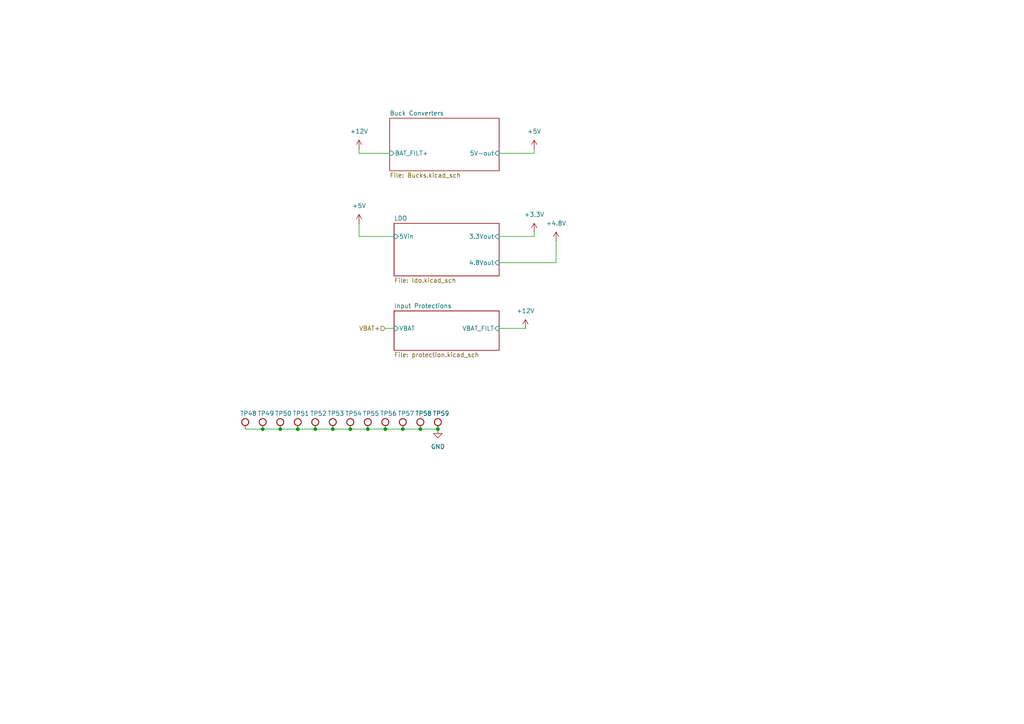
<source format=kicad_sch>
(kicad_sch (version 20250114) (generator "eeschema") (generator_version "9.0")
  (paper "A4")
  (lib_symbols
    (symbol ".Test-Point:RH-5015" (pin_numbers (hide yes)) (pin_names (hide yes))
      (property "Reference" "TP" (at 0 -15.24 0))
      (property "Value" "RH-5015" (at 0 -11.43 0))
      (symbol "RH-5015_1_1"
        (circle (center 0 2.032) (radius 1.016) (stroke (width 0.254)))
        (pin passive line (at 0 0 90) (length 0.9906) (name "1") (number "1"))
      )
    )
    (symbol "power:+12V" (power) (pin_numbers (hide yes)) (pin_names (offset 0) (hide yes))
      (property "Value" "+12V" (at 0 3.556 0))
      (symbol "+12V_0_1"
        (polyline (pts (xy -0.762 1.27) (xy 0 2.54)))
        (polyline (pts (xy 0 2.54) (xy 0.762 1.27)))
        (polyline (pts (xy 0 0) (xy 0 2.54)))
      )
      (symbol "+12V_1_1"
        (pin power_in line (at 0 0 90) (length 0) (name "~") (number "1"))
      )
    )
    (symbol "power:+3.3V" (power) (pin_numbers (hide yes)) (pin_names (offset 0) (hide yes))
      (property "Value" "+3.3V" (at 0 3.556 0))
      (symbol "+3.3V_0_1"
        (polyline (pts (xy -0.762 1.27) (xy 0 2.54)))
        (polyline (pts (xy 0 2.54) (xy 0.762 1.27)))
        (polyline (pts (xy 0 0) (xy 0 2.54)))
      )
      (symbol "+3.3V_1_1"
        (pin power_in line (at 0 0 90) (length 0) (name "~") (number "1"))
      )
    )
    (symbol "power:+4V" (power) (pin_numbers (hide yes)) (pin_names (offset 0) (hide yes))
      (property "Value" "+4V" (at 0 3.556 0))
      (symbol "+4V_0_1"
        (polyline (pts (xy -0.762 1.27) (xy 0 2.54)))
        (polyline (pts (xy 0 2.54) (xy 0.762 1.27)))
        (polyline (pts (xy 0 0) (xy 0 2.54)))
      )
      (symbol "+4V_1_1"
        (pin power_in line (at 0 0 90) (length 0) (name "~") (number "1"))
      )
    )
    (symbol "power:+5V" (power) (pin_numbers (hide yes)) (pin_names (offset 0) (hide yes))
      (property "Value" "+5V" (at 0 3.556 0))
      (symbol "+5V_0_1"
        (polyline (pts (xy -0.762 1.27) (xy 0 2.54)))
        (polyline (pts (xy 0 2.54) (xy 0.762 1.27)))
        (polyline (pts (xy 0 0) (xy 0 2.54)))
      )
      (symbol "+5V_1_1"
        (pin power_in line (at 0 0 90) (length 0) (name "~") (number "1"))
      )
    )
    (symbol "power:GND" (power) (pin_numbers (hide yes)) (pin_names (offset 0) (hide yes))
      (property "Value" "GND" (at 0 -3.81 0))
      (symbol "GND_0_1"
        (polyline (pts (xy 0 0) (xy 0 -1.27) (xy 1.27 -1.27) (xy 0 -2.54) (xy -1.27 -1.27) (xy 0 -1.27)))
      )
      (symbol "GND_1_1"
        (pin power_in line (at 0 0 270) (length 0) (name "~") (number "1"))
      )
    )
  )
  (junction (at 76.2 124.46))
  (junction (at 121.92 124.46))
  (junction (at 111.76 124.46))
  (junction (at 101.6 124.46))
  (junction (at 86.36 124.46))
  (junction (at 91.44 124.46))
  (junction (at 106.68 124.46))
  (junction (at 127 124.46))
  (junction (at 96.52 124.46))
  (junction (at 116.84 124.46))
  (junction (at 81.28 124.46))
  (wire (pts (xy 116.84 124.46) (xy 121.92 124.46)))
  (wire (pts (xy 154.94 44.45) (xy 154.94 43.18)))
  (wire (pts (xy 121.92 124.46) (xy 127 124.46)))
  (wire (pts (xy 106.68 124.46) (xy 111.76 124.46)))
  (wire (pts (xy 144.78 44.45) (xy 154.94 44.45)))
  (wire (pts (xy 144.78 95.25) (xy 152.4 95.25)))
  (wire (pts (xy 96.52 124.46) (xy 101.6 124.46)))
  (wire (pts (xy 104.14 64.77) (xy 104.14 68.58)))
  (wire (pts (xy 101.6 124.46) (xy 106.68 124.46)))
  (wire (pts (xy 154.94 67.31) (xy 154.94 68.58)))
  (wire (pts (xy 161.29 76.2) (xy 161.29 69.85)))
  (wire (pts (xy 81.28 124.46) (xy 86.36 124.46)))
  (wire (pts (xy 111.76 95.25) (xy 114.3 95.25)))
  (wire (pts (xy 91.44 124.46) (xy 96.52 124.46)))
  (wire (pts (xy 104.14 44.45) (xy 113.03 44.45)))
  (wire (pts (xy 76.2 124.46) (xy 81.28 124.46)))
  (wire (pts (xy 71.12 124.46) (xy 76.2 124.46)))
  (wire (pts (xy 144.78 76.2) (xy 161.29 76.2)))
  (wire (pts (xy 154.94 68.58) (xy 144.78 68.58)))
  (wire (pts (xy 111.76 124.46) (xy 116.84 124.46)))
  (wire (pts (xy 104.14 68.58) (xy 114.3 68.58)))
  (wire (pts (xy 86.36 124.46) (xy 91.44 124.46)))
  (wire (pts (xy 104.14 43.18) (xy 104.14 44.45)))
  (hierarchical_label "VBAT+" (shape input) (at 111.76 95.25 180))
  (symbol (lib_id ".Test-Point:RH-5015") (at 81.28 124.46 0) (unit 1)
    (property "Reference" "TP50" (at 79.7568 119.2037 0) (effects (justify left top)))
    (property "Value" "RH-5015" (effects (hide yes)))
    (property "Footprint" "TestPoint:TestPoint_Keystone_5015_Micro_Mini" (effects (hide yes)))
    (property "Datasheet" "https://wmsc.lcsc.com/wmsc/upload/file/pdf/v2/lcsc/2310260935_ronghe-RH-5015_C5199798.pdf" (effects (hide yes)))
    (property "Description" "Surface-mount grabby test point" (effects (hide yes)))
    (property "Link" "https://jlcpcb.com/partdetail/Ronghe-RH5015/C5199798" (effects (hide yes)))
    (property "Digikey P/N" "36-5015CT-ND" (effects (hide yes)))
    (property "Mouser P/N" "534-5015" (effects (hide yes)))
    (property "LCSC P/N" "C5199798" (effects (hide yes)))
    (property "Manufacturer" "Ronghe" (effects (hide yes)))
    (property "Manufacturer P/N" "RH-5015" (effects (hide yes)))
    (property "LCSC Part #" "C5199798" (effects (hide yes)))
  )
  (symbol (lib_id ".Test-Point:RH-5015") (at 91.44 124.46 0) (unit 1)
    (property "Reference" "TP52" (at 89.9168 119.2037 0) (effects (justify left top)))
    (property "Value" "RH-5015" (effects (hide yes)))
    (property "Footprint" "TestPoint:TestPoint_Keystone_5015_Micro_Mini" (effects (hide yes)))
    (property "Datasheet" "https://wmsc.lcsc.com/wmsc/upload/file/pdf/v2/lcsc/2310260935_ronghe-RH-5015_C5199798.pdf" (effects (hide yes)))
    (property "Description" "Surface-mount grabby test point" (effects (hide yes)))
    (property "Link" "https://jlcpcb.com/partdetail/Ronghe-RH5015/C5199798" (effects (hide yes)))
    (property "Digikey P/N" "36-5015CT-ND" (effects (hide yes)))
    (property "Mouser P/N" "534-5015" (effects (hide yes)))
    (property "LCSC P/N" "C5199798" (effects (hide yes)))
    (property "Manufacturer" "Ronghe" (effects (hide yes)))
    (property "Manufacturer P/N" "RH-5015" (effects (hide yes)))
    (property "LCSC Part #" "C5199798" (effects (hide yes)))
  )
  (symbol (lib_id "power:GND") (at 127 124.46 0) (unit 1)
    (property "Reference" "#PWR0144" (effects (hide yes)))
    (property "Value" "GND" (at 127 129.54 0))
    (property "Description" "Power symbol creates a global label with name \"GND\" , ground" (effects (hide yes)))
  )
  (symbol (lib_id "power:+5V") (at 104.14 64.77 0) (unit 1)
    (property "Reference" "#PWR04" (effects (hide yes)))
    (property "Value" "+5V" (at 104.14 59.69 0))
    (property "Description" "Power symbol creates a global label with name \"+5V\"" (effects (hide yes)))
  )
  (symbol (lib_id ".Test-Point:RH-5015") (at 116.84 124.46 0) (unit 1)
    (property "Reference" "TP57" (at 115.3168 119.2037 0) (effects (justify left top)))
    (property "Value" "RH-5015" (effects (hide yes)))
    (property "Footprint" "TestPoint:TestPoint_Keystone_5015_Micro_Mini" (effects (hide yes)))
    (property "Datasheet" "https://wmsc.lcsc.com/wmsc/upload/file/pdf/v2/lcsc/2310260935_ronghe-RH-5015_C5199798.pdf" (effects (hide yes)))
    (property "Description" "Surface-mount grabby test point" (effects (hide yes)))
    (property "Link" "https://jlcpcb.com/partdetail/Ronghe-RH5015/C5199798" (effects (hide yes)))
    (property "Digikey P/N" "36-5015CT-ND" (effects (hide yes)))
    (property "Mouser P/N" "534-5015" (effects (hide yes)))
    (property "LCSC P/N" "C5199798" (effects (hide yes)))
    (property "Manufacturer" "Ronghe" (effects (hide yes)))
    (property "Manufacturer P/N" "RH-5015" (effects (hide yes)))
    (property "LCSC Part #" "C5199798" (effects (hide yes)))
  )
  (symbol (lib_id ".Test-Point:RH-5015") (at 121.92 124.46 0) (unit 1)
    (property "Reference" "TP58" (at 120.3968 119.2037 0) (effects (justify left top)))
    (property "Value" "RH-5015" (effects (hide yes)))
    (property "Footprint" "TestPoint:TestPoint_Keystone_5015_Micro_Mini" (effects (hide yes)))
    (property "Datasheet" "https://wmsc.lcsc.com/wmsc/upload/file/pdf/v2/lcsc/2310260935_ronghe-RH-5015_C5199798.pdf" (effects (hide yes)))
    (property "Description" "Surface-mount grabby test point" (effects (hide yes)))
    (property "Link" "https://jlcpcb.com/partdetail/Ronghe-RH5015/C5199798" (effects (hide yes)))
    (property "Digikey P/N" "36-5015CT-ND" (effects (hide yes)))
    (property "Mouser P/N" "534-5015" (effects (hide yes)))
    (property "LCSC P/N" "C5199798" (effects (hide yes)))
    (property "Manufacturer" "Ronghe" (effects (hide yes)))
    (property "Manufacturer P/N" "RH-5015" (effects (hide yes)))
    (property "LCSC Part #" "C5199798" (effects (hide yes)))
  )
  (symbol (lib_id ".Test-Point:RH-5015") (at 127 124.46 0) (unit 1)
    (property "Reference" "TP59" (at 125.4768 119.2037 0) (effects (justify left top)))
    (property "Value" "RH-5015" (effects (hide yes)))
    (property "Footprint" "TestPoint:TestPoint_Keystone_5015_Micro_Mini" (effects (hide yes)))
    (property "Datasheet" "https://wmsc.lcsc.com/wmsc/upload/file/pdf/v2/lcsc/2310260935_ronghe-RH-5015_C5199798.pdf" (effects (hide yes)))
    (property "Description" "Surface-mount grabby test point" (effects (hide yes)))
    (property "Link" "https://jlcpcb.com/partdetail/Ronghe-RH5015/C5199798" (effects (hide yes)))
    (property "Digikey P/N" "36-5015CT-ND" (effects (hide yes)))
    (property "Mouser P/N" "534-5015" (effects (hide yes)))
    (property "LCSC P/N" "C5199798" (effects (hide yes)))
    (property "Manufacturer" "Ronghe" (effects (hide yes)))
    (property "Manufacturer P/N" "RH-5015" (effects (hide yes)))
    (property "LCSC Part #" "C5199798" (effects (hide yes)))
  )
  (symbol (lib_id ".Test-Point:RH-5015") (at 101.6 124.46 0) (unit 1)
    (property "Reference" "TP54" (at 100.0768 119.2037 0) (effects (justify left top)))
    (property "Value" "RH-5015" (effects (hide yes)))
    (property "Footprint" "TestPoint:TestPoint_Keystone_5015_Micro_Mini" (effects (hide yes)))
    (property "Datasheet" "https://wmsc.lcsc.com/wmsc/upload/file/pdf/v2/lcsc/2310260935_ronghe-RH-5015_C5199798.pdf" (effects (hide yes)))
    (property "Description" "Surface-mount grabby test point" (effects (hide yes)))
    (property "Link" "https://jlcpcb.com/partdetail/Ronghe-RH5015/C5199798" (effects (hide yes)))
    (property "Digikey P/N" "36-5015CT-ND" (effects (hide yes)))
    (property "Mouser P/N" "534-5015" (effects (hide yes)))
    (property "LCSC P/N" "C5199798" (effects (hide yes)))
    (property "Manufacturer" "Ronghe" (effects (hide yes)))
    (property "Manufacturer P/N" "RH-5015" (effects (hide yes)))
    (property "LCSC Part #" "C5199798" (effects (hide yes)))
  )
  (symbol (lib_id ".Test-Point:RH-5015") (at 86.36 124.46 0) (unit 1)
    (property "Reference" "TP51" (at 84.8368 119.2037 0) (effects (justify left top)))
    (property "Value" "RH-5015" (effects (hide yes)))
    (property "Footprint" "TestPoint:TestPoint_Keystone_5015_Micro_Mini" (effects (hide yes)))
    (property "Datasheet" "https://wmsc.lcsc.com/wmsc/upload/file/pdf/v2/lcsc/2310260935_ronghe-RH-5015_C5199798.pdf" (effects (hide yes)))
    (property "Description" "Surface-mount grabby test point" (effects (hide yes)))
    (property "Link" "https://jlcpcb.com/partdetail/Ronghe-RH5015/C5199798" (effects (hide yes)))
    (property "Digikey P/N" "36-5015CT-ND" (effects (hide yes)))
    (property "Mouser P/N" "534-5015" (effects (hide yes)))
    (property "LCSC P/N" "C5199798" (effects (hide yes)))
    (property "Manufacturer" "Ronghe" (effects (hide yes)))
    (property "Manufacturer P/N" "RH-5015" (effects (hide yes)))
    (property "LCSC Part #" "C5199798" (effects (hide yes)))
  )
  (symbol (lib_id ".Test-Point:RH-5015") (at 71.12 124.46 0) (unit 1)
    (property "Reference" "TP48" (at 69.5968 119.2037 0) (effects (justify left top)))
    (property "Value" "RH-5015" (effects (hide yes)))
    (property "Footprint" "TestPoint:TestPoint_Keystone_5015_Micro_Mini" (effects (hide yes)))
    (property "Datasheet" "https://wmsc.lcsc.com/wmsc/upload/file/pdf/v2/lcsc/2310260935_ronghe-RH-5015_C5199798.pdf" (effects (hide yes)))
    (property "Description" "Surface-mount grabby test point" (effects (hide yes)))
    (property "Link" "https://jlcpcb.com/partdetail/Ronghe-RH5015/C5199798" (effects (hide yes)))
    (property "Digikey P/N" "36-5015CT-ND" (effects (hide yes)))
    (property "Mouser P/N" "534-5015" (effects (hide yes)))
    (property "LCSC P/N" "C5199798" (effects (hide yes)))
    (property "Manufacturer" "Ronghe" (effects (hide yes)))
    (property "Manufacturer P/N" "RH-5015" (effects (hide yes)))
    (property "LCSC Part #" "C5199798" (effects (hide yes)))
  )
  (symbol (lib_id "power:+4V") (at 161.29 69.85 0) (unit 1)
    (property "Reference" "#PWR09" (effects (hide yes)))
    (property "Value" "+4.8V" (at 161.29 64.77 0))
    (property "Description" "Power symbol creates a global label with name \"+4V\"" (effects (hide yes)))
  )
  (symbol (lib_id "power:+12V") (at 152.4 95.25 0) (unit 1)
    (property "Reference" "#PWR05" (effects (hide yes)))
    (property "Value" "+12V" (at 152.4 90.17 0))
    (property "Description" "Power symbol creates a global label with name \"+12V\"" (effects (hide yes)))
  )
  (symbol (lib_id "power:+12V") (at 104.14 43.18 0) (unit 1)
    (property "Reference" "#PWR03" (effects (hide yes)))
    (property "Value" "+12V" (at 104.14 38.1 0))
    (property "Description" "Power symbol creates a global label with name \"+12V\"" (effects (hide yes)))
  )
  (symbol (lib_id "power:+5V") (at 154.94 43.18 0) (unit 1)
    (property "Reference" "#PWR07" (effects (hide yes)))
    (property "Value" "+5V" (at 154.94 38.1 0))
    (property "Description" "Power symbol creates a global label with name \"+5V\"" (effects (hide yes)))
  )
  (symbol (lib_id ".Test-Point:RH-5015") (at 76.2 124.46 0) (unit 1)
    (property "Reference" "TP49" (at 74.6768 119.2037 0) (effects (justify left top)))
    (property "Value" "RH-5015" (effects (hide yes)))
    (property "Footprint" "TestPoint:TestPoint_Keystone_5015_Micro_Mini" (effects (hide yes)))
    (property "Datasheet" "https://wmsc.lcsc.com/wmsc/upload/file/pdf/v2/lcsc/2310260935_ronghe-RH-5015_C5199798.pdf" (effects (hide yes)))
    (property "Description" "Surface-mount grabby test point" (effects (hide yes)))
    (property "Link" "https://jlcpcb.com/partdetail/Ronghe-RH5015/C5199798" (effects (hide yes)))
    (property "Digikey P/N" "36-5015CT-ND" (effects (hide yes)))
    (property "Mouser P/N" "534-5015" (effects (hide yes)))
    (property "LCSC P/N" "C5199798" (effects (hide yes)))
    (property "Manufacturer" "Ronghe" (effects (hide yes)))
    (property "Manufacturer P/N" "RH-5015" (effects (hide yes)))
    (property "LCSC Part #" "C5199798" (effects (hide yes)))
  )
  (symbol (lib_id ".Test-Point:RH-5015") (at 111.76 124.46 0) (unit 1)
    (property "Reference" "TP56" (at 110.2368 119.2037 0) (effects (justify left top)))
    (property "Value" "RH-5015" (effects (hide yes)))
    (property "Footprint" "TestPoint:TestPoint_Keystone_5015_Micro_Mini" (effects (hide yes)))
    (property "Datasheet" "https://wmsc.lcsc.com/wmsc/upload/file/pdf/v2/lcsc/2310260935_ronghe-RH-5015_C5199798.pdf" (effects (hide yes)))
    (property "Description" "Surface-mount grabby test point" (effects (hide yes)))
    (property "Link" "https://jlcpcb.com/partdetail/Ronghe-RH5015/C5199798" (effects (hide yes)))
    (property "Digikey P/N" "36-5015CT-ND" (effects (hide yes)))
    (property "Mouser P/N" "534-5015" (effects (hide yes)))
    (property "LCSC P/N" "C5199798" (effects (hide yes)))
    (property "Manufacturer" "Ronghe" (effects (hide yes)))
    (property "Manufacturer P/N" "RH-5015" (effects (hide yes)))
    (property "LCSC Part #" "C5199798" (effects (hide yes)))
  )
  (symbol (lib_id ".Test-Point:RH-5015") (at 96.52 124.46 0) (unit 1)
    (property "Reference" "TP53" (at 94.9968 119.2037 0) (effects (justify left top)))
    (property "Value" "RH-5015" (effects (hide yes)))
    (property "Footprint" "TestPoint:TestPoint_Keystone_5015_Micro_Mini" (effects (hide yes)))
    (property "Datasheet" "https://wmsc.lcsc.com/wmsc/upload/file/pdf/v2/lcsc/2310260935_ronghe-RH-5015_C5199798.pdf" (effects (hide yes)))
    (property "Description" "Surface-mount grabby test point" (effects (hide yes)))
    (property "Link" "https://jlcpcb.com/partdetail/Ronghe-RH5015/C5199798" (effects (hide yes)))
    (property "Digikey P/N" "36-5015CT-ND" (effects (hide yes)))
    (property "Mouser P/N" "534-5015" (effects (hide yes)))
    (property "LCSC P/N" "C5199798" (effects (hide yes)))
    (property "Manufacturer" "Ronghe" (effects (hide yes)))
    (property "Manufacturer P/N" "RH-5015" (effects (hide yes)))
    (property "LCSC Part #" "C5199798" (effects (hide yes)))
  )
  (symbol (lib_id ".Test-Point:RH-5015") (at 106.68 124.46 0) (unit 1)
    (property "Reference" "TP55" (at 105.1568 119.2037 0) (effects (justify left top)))
    (property "Value" "RH-5015" (effects (hide yes)))
    (property "Footprint" "TestPoint:TestPoint_Keystone_5015_Micro_Mini" (effects (hide yes)))
    (property "Datasheet" "https://wmsc.lcsc.com/wmsc/upload/file/pdf/v2/lcsc/2310260935_ronghe-RH-5015_C5199798.pdf" (effects (hide yes)))
    (property "Description" "Surface-mount grabby test point" (effects (hide yes)))
    (property "Link" "https://jlcpcb.com/partdetail/Ronghe-RH5015/C5199798" (effects (hide yes)))
    (property "Digikey P/N" "36-5015CT-ND" (effects (hide yes)))
    (property "Mouser P/N" "534-5015" (effects (hide yes)))
    (property "LCSC P/N" "C5199798" (effects (hide yes)))
    (property "Manufacturer" "Ronghe" (effects (hide yes)))
    (property "Manufacturer P/N" "RH-5015" (effects (hide yes)))
    (property "LCSC Part #" "C5199798" (effects (hide yes)))
  )
  (symbol (lib_id "power:+3.3V") (at 154.94 67.31 0) (unit 1)
    (property "Reference" "#PWR08" (effects (hide yes)))
    (property "Value" "+3.3V" (at 154.94 62.23 0))
    (property "Description" "Power symbol creates a global label with name \"+3.3V\"" (effects (hide yes)))
  )
  (sheet (at 114.3 64.77) (size 30.48 15.24) (stroke (width 0.1524))
    (property "Sheetname" "LDO" (at 114.3 64.0584 0) (effects (justify left bottom)))
    (property "Sheetfile" "ldo.kicad_sch" (at 114.3 80.5946 0) (effects (justify left top)))
    (pin "3.3Vout" input (at 144.78 68.58 0))
    (pin "5Vin" input (at 114.3 68.58 180))
    (pin "4.8Vout" input (at 144.78 76.2 0))
  )
  (sheet (at 113.03 34.29) (size 31.75 15.24) (stroke (width 0.1524))
    (property "Sheetname" "Buck Converters" (at 113.03 33.5784 0) (effects (justify left bottom)))
    (property "Sheetfile" "Bucks.kicad_sch" (at 113.03 50.1146 0) (effects (justify left top)))
    (pin "5V-out" input (at 144.78 44.45 0))
    (pin "BAT_FILT+" input (at 113.03 44.45 180))
  )
  (sheet (at 114.3 90.17) (size 30.48 11.43) (stroke (width 0.1524))
    (property "Sheetname" "Input Protections" (at 114.3 89.4584 0) (effects (justify left bottom)))
    (property "Sheetfile" "protection.kicad_sch" (at 114.3 102.1846 0) (effects (justify left top)))
    (pin "VBAT" input (at 114.3 95.25 180))
    (pin "VBAT_FILT" input (at 144.78 95.25 0))
  )
)
</source>
